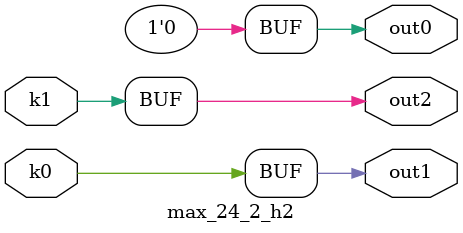
<source format=v>
module max_24_2(pi0, pi1, pi2, pi3, pi4, pi5, pi6, pi7, pi8, po0, po1, po2);
input pi0, pi1, pi2, pi3, pi4, pi5, pi6, pi7, pi8;
output po0, po1, po2;
wire k0, k1;
max_24_2_w2 DUT1 (pi0, pi1, pi2, pi3, pi4, pi5, pi6, pi7, pi8, k0, k1);
max_24_2_h2 DUT2 (k0, k1, po0, po1, po2);
endmodule

module max_24_2_w2(in8, in7, in6, in5, in4, in3, in2, in1, in0, k1, k0);
input in8, in7, in6, in5, in4, in3, in2, in1, in0;
output k1, k0;
assign k0 =   in6 ? in1 : in0;
assign k1 =   (((in5 | (~in4 & (in8 | in7))) & (in8 | in7 | ~in4)) | (in1 & ~in0) | (~in3 & in2)) & (~in3 | (in2 & (in1 | ~in0))) & (in1 | in2 | ~in0);
endmodule

module max_24_2_h2(k1, k0, out2, out1, out0);
input k1, k0;
output out2, out1, out0;
assign out0 = 0;
assign out1 = k0;
assign out2 = k1;
endmodule

</source>
